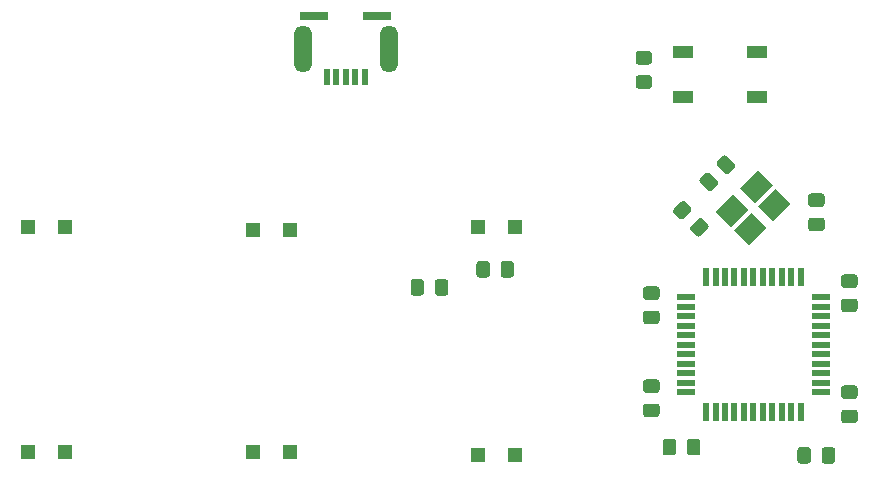
<source format=gbp>
%TF.GenerationSoftware,KiCad,Pcbnew,(5.1.6)-1*%
%TF.CreationDate,2020-07-25T03:11:20-04:00*%
%TF.ProjectId,myfirstKeyboard,6d796669-7273-4744-9b65-79626f617264,rev?*%
%TF.SameCoordinates,Original*%
%TF.FileFunction,Paste,Bot*%
%TF.FilePolarity,Positive*%
%FSLAX46Y46*%
G04 Gerber Fmt 4.6, Leading zero omitted, Abs format (unit mm)*
G04 Created by KiCad (PCBNEW (5.1.6)-1) date 2020-07-25 03:11:20*
%MOMM*%
%LPD*%
G01*
G04 APERTURE LIST*
%ADD10R,1.500000X0.550000*%
%ADD11R,0.550000X1.500000*%
%ADD12R,1.200000X1.200000*%
%ADD13R,2.350000X0.800000*%
%ADD14R,0.500000X1.400000*%
%ADD15O,1.500000X4.000000*%
%ADD16R,1.700000X1.000000*%
%ADD17C,0.100000*%
G04 APERTURE END LIST*
D10*
%TO.C,U1*%
X139842000Y-114013750D03*
X139842000Y-113213750D03*
X139842000Y-112413750D03*
X139842000Y-111613750D03*
X139842000Y-110813750D03*
X139842000Y-110013750D03*
X139842000Y-109213750D03*
X139842000Y-108413750D03*
X139842000Y-107613750D03*
X139842000Y-106813750D03*
X139842000Y-106013750D03*
D11*
X141542000Y-104313750D03*
X142342000Y-104313750D03*
X143142000Y-104313750D03*
X143942000Y-104313750D03*
X144742000Y-104313750D03*
X145542000Y-104313750D03*
X146342000Y-104313750D03*
X147142000Y-104313750D03*
X147942000Y-104313750D03*
X148742000Y-104313750D03*
X149542000Y-104313750D03*
D10*
X151242000Y-106013750D03*
X151242000Y-106813750D03*
X151242000Y-107613750D03*
X151242000Y-108413750D03*
X151242000Y-109213750D03*
X151242000Y-110013750D03*
X151242000Y-110813750D03*
X151242000Y-111613750D03*
X151242000Y-112413750D03*
X151242000Y-113213750D03*
X151242000Y-114013750D03*
D11*
X149542000Y-115713750D03*
X148742000Y-115713750D03*
X147942000Y-115713750D03*
X147142000Y-115713750D03*
X146342000Y-115713750D03*
X145542000Y-115713750D03*
X144742000Y-115713750D03*
X143942000Y-115713750D03*
X143142000Y-115713750D03*
X142342000Y-115713750D03*
X141542000Y-115713750D03*
%TD*%
%TO.C,C1*%
G36*
G01*
X143130396Y-95504001D02*
X142493999Y-94867604D01*
G75*
G02*
X142493999Y-94514052I176776J176776D01*
G01*
X142953620Y-94054431D01*
G75*
G02*
X143307172Y-94054431I176776J-176776D01*
G01*
X143943569Y-94690828D01*
G75*
G02*
X143943569Y-95044380I-176776J-176776D01*
G01*
X143483948Y-95504001D01*
G75*
G02*
X143130396Y-95504001I-176776J176776D01*
G01*
G37*
G36*
G01*
X141680828Y-96953569D02*
X141044431Y-96317172D01*
G75*
G02*
X141044431Y-95963620I176776J176776D01*
G01*
X141504052Y-95503999D01*
G75*
G02*
X141857604Y-95503999I176776J-176776D01*
G01*
X142494001Y-96140396D01*
G75*
G02*
X142494001Y-96493948I-176776J-176776D01*
G01*
X142034380Y-96953569D01*
G75*
G02*
X141680828Y-96953569I-176776J176776D01*
G01*
G37*
%TD*%
%TO.C,C2*%
G36*
G01*
X151326001Y-100406000D02*
X150425999Y-100406000D01*
G75*
G02*
X150176000Y-100156001I0J249999D01*
G01*
X150176000Y-99505999D01*
G75*
G02*
X150425999Y-99256000I249999J0D01*
G01*
X151326001Y-99256000D01*
G75*
G02*
X151576000Y-99505999I0J-249999D01*
G01*
X151576000Y-100156001D01*
G75*
G02*
X151326001Y-100406000I-249999J0D01*
G01*
G37*
G36*
G01*
X151326001Y-98356000D02*
X150425999Y-98356000D01*
G75*
G02*
X150176000Y-98106001I0J249999D01*
G01*
X150176000Y-97455999D01*
G75*
G02*
X150425999Y-97206000I249999J0D01*
G01*
X151326001Y-97206000D01*
G75*
G02*
X151576000Y-97455999I0J-249999D01*
G01*
X151576000Y-98106001D01*
G75*
G02*
X151326001Y-98356000I-249999J0D01*
G01*
G37*
%TD*%
%TO.C,C3*%
G36*
G01*
X137356001Y-106221000D02*
X136455999Y-106221000D01*
G75*
G02*
X136206000Y-105971001I0J249999D01*
G01*
X136206000Y-105320999D01*
G75*
G02*
X136455999Y-105071000I249999J0D01*
G01*
X137356001Y-105071000D01*
G75*
G02*
X137606000Y-105320999I0J-249999D01*
G01*
X137606000Y-105971001D01*
G75*
G02*
X137356001Y-106221000I-249999J0D01*
G01*
G37*
G36*
G01*
X137356001Y-108271000D02*
X136455999Y-108271000D01*
G75*
G02*
X136206000Y-108021001I0J249999D01*
G01*
X136206000Y-107370999D01*
G75*
G02*
X136455999Y-107121000I249999J0D01*
G01*
X137356001Y-107121000D01*
G75*
G02*
X137606000Y-107370999I0J-249999D01*
G01*
X137606000Y-108021001D01*
G75*
G02*
X137356001Y-108271000I-249999J0D01*
G01*
G37*
%TD*%
%TO.C,C4*%
G36*
G01*
X141694785Y-100164388D02*
X141058388Y-100800785D01*
G75*
G02*
X140704836Y-100800785I-176776J176776D01*
G01*
X140245215Y-100341164D01*
G75*
G02*
X140245215Y-99987612I176776J176776D01*
G01*
X140881612Y-99351215D01*
G75*
G02*
X141235164Y-99351215I176776J-176776D01*
G01*
X141694785Y-99810836D01*
G75*
G02*
X141694785Y-100164388I-176776J-176776D01*
G01*
G37*
G36*
G01*
X140245217Y-98714820D02*
X139608820Y-99351217D01*
G75*
G02*
X139255268Y-99351217I-176776J176776D01*
G01*
X138795647Y-98891596D01*
G75*
G02*
X138795647Y-98538044I176776J176776D01*
G01*
X139432044Y-97901647D01*
G75*
G02*
X139785596Y-97901647I176776J-176776D01*
G01*
X140245217Y-98361268D01*
G75*
G02*
X140245217Y-98714820I-176776J-176776D01*
G01*
G37*
%TD*%
%TO.C,C5*%
G36*
G01*
X154120001Y-105205000D02*
X153219999Y-105205000D01*
G75*
G02*
X152970000Y-104955001I0J249999D01*
G01*
X152970000Y-104304999D01*
G75*
G02*
X153219999Y-104055000I249999J0D01*
G01*
X154120001Y-104055000D01*
G75*
G02*
X154370000Y-104304999I0J-249999D01*
G01*
X154370000Y-104955001D01*
G75*
G02*
X154120001Y-105205000I-249999J0D01*
G01*
G37*
G36*
G01*
X154120001Y-107255000D02*
X153219999Y-107255000D01*
G75*
G02*
X152970000Y-107005001I0J249999D01*
G01*
X152970000Y-106354999D01*
G75*
G02*
X153219999Y-106105000I249999J0D01*
G01*
X154120001Y-106105000D01*
G75*
G02*
X154370000Y-106354999I0J-249999D01*
G01*
X154370000Y-107005001D01*
G75*
G02*
X154120001Y-107255000I-249999J0D01*
G01*
G37*
%TD*%
%TO.C,C6*%
G36*
G01*
X137857320Y-119139121D02*
X137857320Y-118239119D01*
G75*
G02*
X138107319Y-117989120I249999J0D01*
G01*
X138757321Y-117989120D01*
G75*
G02*
X139007320Y-118239119I0J-249999D01*
G01*
X139007320Y-119139121D01*
G75*
G02*
X138757321Y-119389120I-249999J0D01*
G01*
X138107319Y-119389120D01*
G75*
G02*
X137857320Y-119139121I0J249999D01*
G01*
G37*
G36*
G01*
X139907320Y-119139121D02*
X139907320Y-118239119D01*
G75*
G02*
X140157319Y-117989120I249999J0D01*
G01*
X140807321Y-117989120D01*
G75*
G02*
X141057320Y-118239119I0J-249999D01*
G01*
X141057320Y-119139121D01*
G75*
G02*
X140807321Y-119389120I-249999J0D01*
G01*
X140157319Y-119389120D01*
G75*
G02*
X139907320Y-119139121I0J249999D01*
G01*
G37*
%TD*%
%TO.C,C7*%
G36*
G01*
X151326000Y-119830001D02*
X151326000Y-118929999D01*
G75*
G02*
X151575999Y-118680000I249999J0D01*
G01*
X152226001Y-118680000D01*
G75*
G02*
X152476000Y-118929999I0J-249999D01*
G01*
X152476000Y-119830001D01*
G75*
G02*
X152226001Y-120080000I-249999J0D01*
G01*
X151575999Y-120080000D01*
G75*
G02*
X151326000Y-119830001I0J249999D01*
G01*
G37*
G36*
G01*
X149276000Y-119830001D02*
X149276000Y-118929999D01*
G75*
G02*
X149525999Y-118680000I249999J0D01*
G01*
X150176001Y-118680000D01*
G75*
G02*
X150426000Y-118929999I0J-249999D01*
G01*
X150426000Y-119830001D01*
G75*
G02*
X150176001Y-120080000I-249999J0D01*
G01*
X149525999Y-120080000D01*
G75*
G02*
X149276000Y-119830001I0J249999D01*
G01*
G37*
%TD*%
%TO.C,C8*%
G36*
G01*
X136455999Y-112945000D02*
X137356001Y-112945000D01*
G75*
G02*
X137606000Y-113194999I0J-249999D01*
G01*
X137606000Y-113845001D01*
G75*
G02*
X137356001Y-114095000I-249999J0D01*
G01*
X136455999Y-114095000D01*
G75*
G02*
X136206000Y-113845001I0J249999D01*
G01*
X136206000Y-113194999D01*
G75*
G02*
X136455999Y-112945000I249999J0D01*
G01*
G37*
G36*
G01*
X136455999Y-114995000D02*
X137356001Y-114995000D01*
G75*
G02*
X137606000Y-115244999I0J-249999D01*
G01*
X137606000Y-115895001D01*
G75*
G02*
X137356001Y-116145000I-249999J0D01*
G01*
X136455999Y-116145000D01*
G75*
G02*
X136206000Y-115895001I0J249999D01*
G01*
X136206000Y-115244999D01*
G75*
G02*
X136455999Y-114995000I249999J0D01*
G01*
G37*
%TD*%
D12*
%TO.C,D1*%
X87300000Y-100012500D03*
X84150000Y-100012500D03*
%TD*%
%TO.C,D2*%
X84150000Y-119062500D03*
X87300000Y-119062500D03*
%TD*%
%TO.C,D3*%
X103200000Y-100330000D03*
X106350000Y-100330000D03*
%TD*%
%TO.C,D4*%
X106350000Y-119062500D03*
X103200000Y-119062500D03*
%TD*%
D13*
%TO.C,J1*%
X113700000Y-82176000D03*
X108350000Y-82176000D03*
D14*
X109425000Y-87376000D03*
X110225000Y-87376000D03*
X111025000Y-87376000D03*
X111825000Y-87376000D03*
X112625000Y-87376000D03*
D15*
X107375000Y-84976000D03*
X114675000Y-84976000D03*
%TD*%
%TO.C,R1*%
G36*
G01*
X119719000Y-104705999D02*
X119719000Y-105606001D01*
G75*
G02*
X119469001Y-105856000I-249999J0D01*
G01*
X118818999Y-105856000D01*
G75*
G02*
X118569000Y-105606001I0J249999D01*
G01*
X118569000Y-104705999D01*
G75*
G02*
X118818999Y-104456000I249999J0D01*
G01*
X119469001Y-104456000D01*
G75*
G02*
X119719000Y-104705999I0J-249999D01*
G01*
G37*
G36*
G01*
X117669000Y-104705999D02*
X117669000Y-105606001D01*
G75*
G02*
X117419001Y-105856000I-249999J0D01*
G01*
X116768999Y-105856000D01*
G75*
G02*
X116519000Y-105606001I0J249999D01*
G01*
X116519000Y-104705999D01*
G75*
G02*
X116768999Y-104456000I249999J0D01*
G01*
X117419001Y-104456000D01*
G75*
G02*
X117669000Y-104705999I0J-249999D01*
G01*
G37*
%TD*%
%TO.C,R2*%
G36*
G01*
X136721001Y-88350000D02*
X135820999Y-88350000D01*
G75*
G02*
X135571000Y-88100001I0J249999D01*
G01*
X135571000Y-87449999D01*
G75*
G02*
X135820999Y-87200000I249999J0D01*
G01*
X136721001Y-87200000D01*
G75*
G02*
X136971000Y-87449999I0J-249999D01*
G01*
X136971000Y-88100001D01*
G75*
G02*
X136721001Y-88350000I-249999J0D01*
G01*
G37*
G36*
G01*
X136721001Y-86300000D02*
X135820999Y-86300000D01*
G75*
G02*
X135571000Y-86050001I0J249999D01*
G01*
X135571000Y-85399999D01*
G75*
G02*
X135820999Y-85150000I249999J0D01*
G01*
X136721001Y-85150000D01*
G75*
G02*
X136971000Y-85399999I0J-249999D01*
G01*
X136971000Y-86050001D01*
G75*
G02*
X136721001Y-86300000I-249999J0D01*
G01*
G37*
%TD*%
%TO.C,R3*%
G36*
G01*
X123239000Y-103181999D02*
X123239000Y-104082001D01*
G75*
G02*
X122989001Y-104332000I-249999J0D01*
G01*
X122338999Y-104332000D01*
G75*
G02*
X122089000Y-104082001I0J249999D01*
G01*
X122089000Y-103181999D01*
G75*
G02*
X122338999Y-102932000I249999J0D01*
G01*
X122989001Y-102932000D01*
G75*
G02*
X123239000Y-103181999I0J-249999D01*
G01*
G37*
G36*
G01*
X125289000Y-103181999D02*
X125289000Y-104082001D01*
G75*
G02*
X125039001Y-104332000I-249999J0D01*
G01*
X124388999Y-104332000D01*
G75*
G02*
X124139000Y-104082001I0J249999D01*
G01*
X124139000Y-103181999D01*
G75*
G02*
X124388999Y-102932000I249999J0D01*
G01*
X125039001Y-102932000D01*
G75*
G02*
X125289000Y-103181999I0J-249999D01*
G01*
G37*
%TD*%
%TO.C,R4*%
G36*
G01*
X154120001Y-114612000D02*
X153219999Y-114612000D01*
G75*
G02*
X152970000Y-114362001I0J249999D01*
G01*
X152970000Y-113711999D01*
G75*
G02*
X153219999Y-113462000I249999J0D01*
G01*
X154120001Y-113462000D01*
G75*
G02*
X154370000Y-113711999I0J-249999D01*
G01*
X154370000Y-114362001D01*
G75*
G02*
X154120001Y-114612000I-249999J0D01*
G01*
G37*
G36*
G01*
X154120001Y-116662000D02*
X153219999Y-116662000D01*
G75*
G02*
X152970000Y-116412001I0J249999D01*
G01*
X152970000Y-115761999D01*
G75*
G02*
X153219999Y-115512000I249999J0D01*
G01*
X154120001Y-115512000D01*
G75*
G02*
X154370000Y-115761999I0J-249999D01*
G01*
X154370000Y-116412001D01*
G75*
G02*
X154120001Y-116662000I-249999J0D01*
G01*
G37*
%TD*%
D16*
%TO.C,RESET*%
X145873000Y-85217000D03*
X139573000Y-85217000D03*
X145873000Y-89017000D03*
X139573000Y-89017000D03*
%TD*%
D12*
%TO.C,D5*%
X122250000Y-100012500D03*
X125400000Y-100012500D03*
%TD*%
%TO.C,D6*%
X125400000Y-119380000D03*
X122250000Y-119380000D03*
%TD*%
D17*
%TO.C,Y1*%
G36*
X143632812Y-100051345D02*
G01*
X142360020Y-98778553D01*
X143844944Y-97293629D01*
X145117736Y-98566421D01*
X143632812Y-100051345D01*
G37*
G36*
X145683421Y-98000736D02*
G01*
X144410629Y-96727944D01*
X145895553Y-95243020D01*
X147168345Y-96515812D01*
X145683421Y-98000736D01*
G37*
G36*
X147239056Y-99556371D02*
G01*
X145966264Y-98283579D01*
X147451188Y-96798655D01*
X148723980Y-98071447D01*
X147239056Y-99556371D01*
G37*
G36*
X145188447Y-101606980D02*
G01*
X143915655Y-100334188D01*
X145400579Y-98849264D01*
X146673371Y-100122056D01*
X145188447Y-101606980D01*
G37*
%TD*%
M02*

</source>
